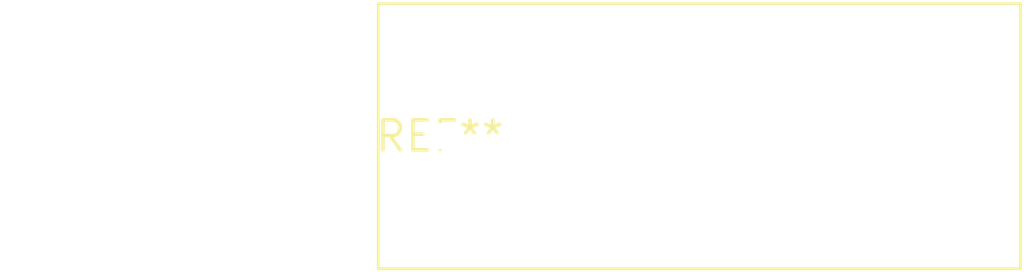
<source format=kicad_pcb>
(kicad_pcb (version 20240108) (generator pcbnew)
  (layers (0 "F.Cu" signal) (31 "B.Cu" signal) (34 "B.Paste" user) (35 "F.Paste" user) (36 "B.SilkS" user "B.Silkscreen") (37 "F.SilkS" user "F.Silkscreen") (38 "B.Mask" user) (39 "F.Mask" user) (44 "Edge.Cuts" user))
  (net 0 "")
  (footprint "C_Rect_L27.0mm_W11.0mm_P22.00mm" (layer "F.Cu") (at 0 0)
    (property "Reference" "REF**")
    (property "Value" "C_Rect_L27.0mm_W11.0mm_P22.00mm")
    (fp_line (start -2.62 -5.62) (end -2.62 5.62) (layer "F.SilkS") (stroke (width 0.12)))
    (fp_line (start -2.62 -5.62) (end 24.62 -5.62) (layer "F.SilkS") (stroke (width 0.12)))
    (fp_line (start -2.62 5.62) (end 24.62 5.62) (layer "F.SilkS") (stroke (width 0.12)))
    (fp_line (start 24.62 -5.62) (end 24.62 5.62) (layer "F.SilkS") (stroke (width 0.12)))
    (pad "1" thru_hole circle (at 0 0) (size 2.2 2.2) (drill 1.1) (layers *.Cu *.Mask) (remove_unused_layers))
    (pad "2" thru_hole circle (at 22 0) (size 2.2 2.2) (drill 1.1) (layers *.Cu *.Mask) (remove_unused_layers))
  )
)
</source>
